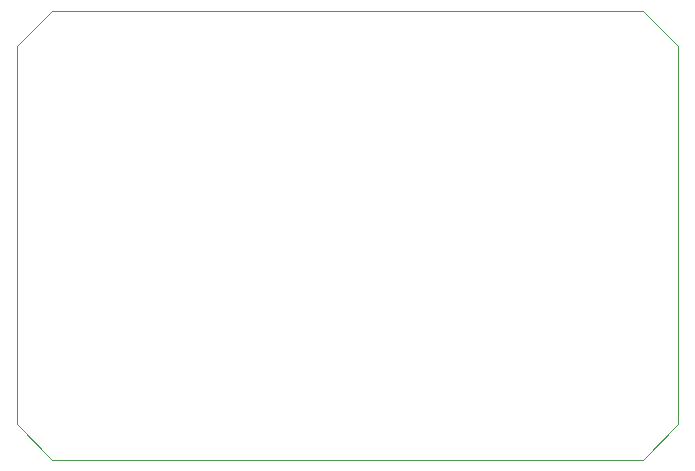
<source format=gbr>
G04*
G04 #@! TF.GenerationSoftware,Altium Limited,Altium Designer,24.0.1 (36)*
G04*
G04 Layer_Color=0*
%FSLAX25Y25*%
%MOIN*%
G70*
G04*
G04 #@! TF.SameCoordinates,BD3E70BB-0697-4B71-9AF7-6C14A59E7EE9*
G04*
G04*
G04 #@! TF.FilePolarity,Positive*
G04*
G01*
G75*
%ADD123C,0.00100*%
D123*
X0Y11811D02*
X11811Y0D01*
X208661D01*
X220472Y11811D01*
Y137795D01*
X208661Y149606D01*
X11811D01*
X0Y137795D01*
Y11811D01*
M02*

</source>
